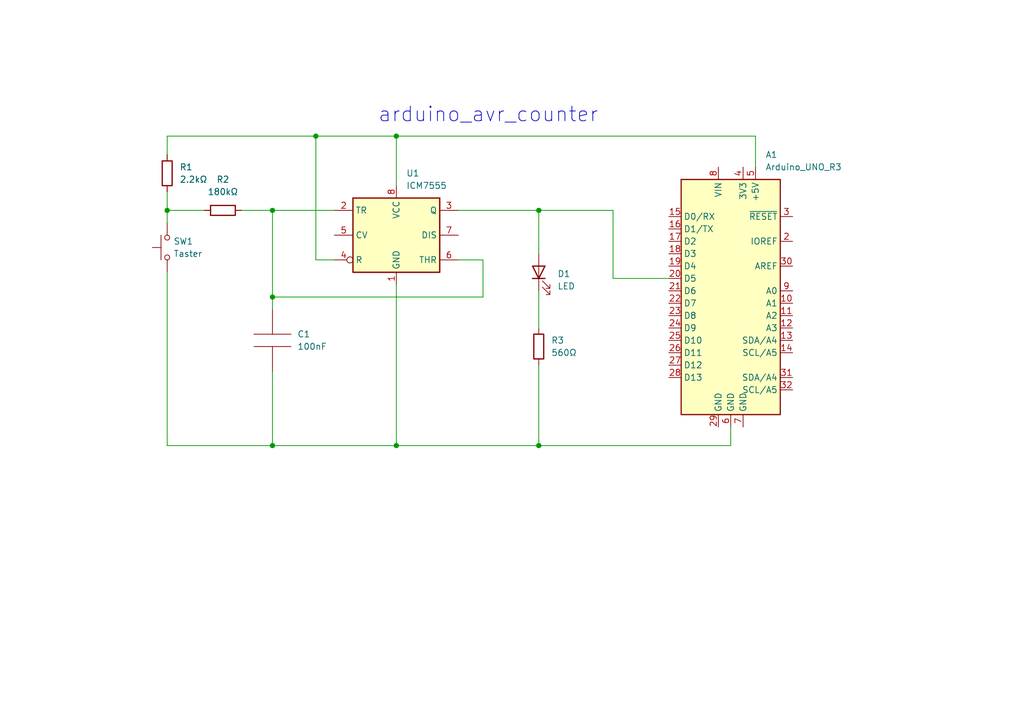
<source format=kicad_sch>
(kicad_sch (version 20211123) (generator eeschema)
  (paper "A5")
  (title_block (title "arduino_avr_counter") (date "2022-03-08") (rev "1") (comment 1 "See also: schaerens.ch/iot-arduino-counter1"))
  (lib_symbols
    (symbol "Device:LED" (pin_numbers hide) (pin_names (offset 1.016) hide)
      (property "Reference" "D" (at 0 2.54 0))
      (property "Value" "LED" (at 0 -2.54 0))
      (symbol "LED_0_1"
        (polyline (pts (xy -1.27 -1.27) (xy -1.27 1.27)) (stroke (width 0.254)))
        (polyline (pts (xy -1.27 0) (xy 1.27 0)))
        (polyline (pts (xy 1.27 -1.27) (xy 1.27 1.27) (xy -1.27 0) (xy 1.27 -1.27)) (stroke (width 0.254)))
        (polyline (pts (xy -3.048 -0.762) (xy -4.572 -2.286) (xy -3.81 -2.286) (xy -4.572 -2.286) (xy -4.572 -1.524)))
        (polyline (pts (xy -1.778 -0.762) (xy -3.302 -2.286) (xy -2.54 -2.286) (xy -3.302 -2.286) (xy -3.302 -1.524)))
      )
      (symbol "LED_1_1"
        (pin passive line (at -3.81 0 0) (length 2.54) (name "K") (number "1"))
        (pin passive line (at 3.81 0 180) (length 2.54) (name "A") (number "2"))
      )
    )
    (symbol "Device:R" (pin_numbers hide) (pin_names (offset 0))
      (property "Reference" "R" (at 2.032 0 90))
      (property "Value" "R" (at 0 0 90))
      (symbol "R_0_1"
        (rectangle (start -1.016 -2.54) (end 1.016 2.54) (stroke (width 0.254)))
      )
      (symbol "R_1_1"
        (pin passive line (at 0 3.81 270) (length 1.27) (name "~") (number "1"))
        (pin passive line (at 0 -3.81 90) (length 1.27) (name "~") (number "2"))
      )
    )
    (symbol "MCU_Module:Arduino_UNO_R3"
      (property "Reference" "A" (at -10.16 23.495 0))
      (property "Value" "Arduino_UNO_R3" (at 5.08 -26.67 0))
      (symbol "Arduino_UNO_R3_0_1"
        (rectangle (start -10.16 22.86) (end 10.16 -25.4) (stroke (width 0.254)) (fill (type background)))
      )
      (symbol "Arduino_UNO_R3_1_1"
        (pin no_connect line (at -10.16 -20.32 0) (length 2.54) hide (name "NC") (number "1"))
        (pin bidirectional line (at 12.7 -2.54 180) (length 2.54) (name "A1") (number "10"))
        (pin bidirectional line (at 12.7 -5.08 180) (length 2.54) (name "A2") (number "11"))
        (pin bidirectional line (at 12.7 -7.62 180) (length 2.54) (name "A3") (number "12"))
        (pin bidirectional line (at 12.7 -10.16 180) (length 2.54) (name "SDA/A4") (number "13"))
        (pin bidirectional line (at 12.7 -12.7 180) (length 2.54) (name "SCL/A5") (number "14"))
        (pin bidirectional line (at -12.7 15.24 0) (length 2.54) (name "D0/RX") (number "15"))
        (pin bidirectional line (at -12.7 12.7 0) (length 2.54) (name "D1/TX") (number "16"))
        (pin bidirectional line (at -12.7 10.16 0) (length 2.54) (name "D2") (number "17"))
        (pin bidirectional line (at -12.7 7.62 0) (length 2.54) (name "D3") (number "18"))
        (pin bidirectional line (at -12.7 5.08 0) (length 2.54) (name "D4") (number "19"))
        (pin output line (at 12.7 10.16 180) (length 2.54) (name "IOREF") (number "2"))
        (pin bidirectional line (at -12.7 2.54 0) (length 2.54) (name "D5") (number "20"))
        (pin bidirectional line (at -12.7 0 0) (length 2.54) (name "D6") (number "21"))
        (pin bidirectional line (at -12.7 -2.54 0) (length 2.54) (name "D7") (number "22"))
        (pin bidirectional line (at -12.7 -5.08 0) (length 2.54) (name "D8") (number "23"))
        (pin bidirectional line (at -12.7 -7.62 0) (length 2.54) (name "D9") (number "24"))
        (pin bidirectional line (at -12.7 -10.16 0) (length 2.54) (name "D10") (number "25"))
        (pin bidirectional line (at -12.7 -12.7 0) (length 2.54) (name "D11") (number "26"))
        (pin bidirectional line (at -12.7 -15.24 0) (length 2.54) (name "D12") (number "27"))
        (pin bidirectional line (at -12.7 -17.78 0) (length 2.54) (name "D13") (number "28"))
        (pin power_in line (at -2.54 -27.94 90) (length 2.54) (name "GND") (number "29"))
        (pin input line (at 12.7 15.24 180) (length 2.54) (name "~{RESET}") (number "3"))
        (pin input line (at 12.7 5.08 180) (length 2.54) (name "AREF") (number "30"))
        (pin bidirectional line (at 12.7 -17.78 180) (length 2.54) (name "SDA/A4") (number "31"))
        (pin bidirectional line (at 12.7 -20.32 180) (length 2.54) (name "SCL/A5") (number "32"))
        (pin power_out line (at 2.54 25.4 270) (length 2.54) (name "3V3") (number "4"))
        (pin power_out line (at 5.08 25.4 270) (length 2.54) (name "+5V") (number "5"))
        (pin power_in line (at 0 -27.94 90) (length 2.54) (name "GND") (number "6"))
        (pin power_in line (at 2.54 -27.94 90) (length 2.54) (name "GND") (number "7"))
        (pin power_in line (at -2.54 25.4 270) (length 2.54) (name "VIN") (number "8"))
        (pin bidirectional line (at 12.7 0 180) (length 2.54) (name "A0") (number "9"))
      )
    )
    (symbol "Switch:SW_Push" (pin_numbers hide) (pin_names (offset 1.016) hide)
      (property "Reference" "SW" (at 1.27 2.54 0))
      (property "Value" "SW_Push" (at 0 -1.524 0))
      (symbol "SW_Push_0_1"
        (circle (center -2.032 0) (radius 0.508))
        (polyline (pts (xy 0 1.27) (xy 0 3.048)))
        (polyline (pts (xy 2.54 1.27) (xy -2.54 1.27)))
        (circle (center 2.032 0) (radius 0.508))
        (pin passive line (at -5.08 0 0) (length 2.54) (name "1") (number "1"))
        (pin passive line (at 5.08 0 180) (length 2.54) (name "2") (number "2"))
      )
    )
    (symbol "Timer:ICM7555xB"
      (property "Reference" "U" (at -10.16 8.89 0))
      (property "Value" "ICM7555xB" (at 2.54 8.89 0))
      (symbol "ICM7555xB_0_0"
        (pin power_in line (at 0 -10.16 90) (length 2.54) (name "GND") (number "1"))
        (pin power_in line (at 0 10.16 270) (length 2.54) (name "VCC") (number "8"))
      )
      (symbol "ICM7555xB_0_1"
        (rectangle (start -8.89 -7.62) (end 8.89 7.62) (stroke (width 0.254)) (fill (type background)))
        (rectangle (start -8.89 -7.62) (end 8.89 7.62) (stroke (width 0.254)) (fill (type background)))
      )
      (symbol "ICM7555xB_1_1"
        (pin input line (at -12.7 5.08 0) (length 3.81) (name "TR") (number "2"))
        (pin output line (at 12.7 5.08 180) (length 3.81) (name "Q") (number "3"))
        (pin input inverted (at -12.7 -5.08 0) (length 3.81) (name "R") (number "4"))
        (pin input line (at -12.7 0 0) (length 3.81) (name "CV") (number "5"))
        (pin input line (at 12.7 -5.08 180) (length 3.81) (name "THR") (number "6"))
        (pin input line (at 12.7 0 180) (length 3.81) (name "DIS") (number "7"))
      )
    )
    (symbol "pspice:CAP" (pin_numbers hide) (pin_names (offset 0.254))
      (property "Reference" "C" (at 2.54 3.81 90))
      (property "Value" "CAP" (at 2.54 -3.81 90))
      (symbol "CAP_0_1"
        (polyline (pts (xy -3.81 -1.27) (xy 3.81 -1.27)))
        (polyline (pts (xy -3.81 1.27) (xy 3.81 1.27)))
      )
      (symbol "CAP_1_1"
        (pin passive line (at 0 6.35 270) (length 5.08) (name "~") (number "1"))
        (pin passive line (at 0 -6.35 90) (length 5.08) (name "~") (number "2"))
      )
    )
  )
  (junction (at 110.49 91.44))
  (junction (at 81.28 27.94))
  (junction (at 81.28 91.44))
  (junction (at 55.88 60.96))
  (junction (at 55.88 43.18))
  (junction (at 34.29 43.18))
  (junction (at 55.88 91.44))
  (junction (at 64.77 27.94))
  (junction (at 110.49 43.18))
  (wire (pts (xy 64.77 27.94) (xy 81.28 27.94)))
  (wire (pts (xy 125.73 57.15) (xy 137.16 57.15)))
  (wire (pts (xy 99.06 53.34) (xy 99.06 60.96)))
  (wire (pts (xy 34.29 31.75) (xy 34.29 27.94)))
  (wire (pts (xy 64.77 27.94) (xy 64.77 53.34)))
  (wire (pts (xy 110.49 91.44) (xy 81.28 91.44)))
  (wire (pts (xy 125.73 43.18) (xy 125.73 57.15)))
  (wire (pts (xy 81.28 27.94) (xy 154.94 27.94)))
  (wire (pts (xy 110.49 74.93) (xy 110.49 91.44)))
  (wire (pts (xy 55.88 60.96) (xy 55.88 43.18)))
  (wire (pts (xy 34.29 39.37) (xy 34.29 43.18)))
  (wire (pts (xy 93.98 43.18) (xy 110.49 43.18)))
  (wire (pts (xy 99.06 60.96) (xy 55.88 60.96)))
  (wire (pts (xy 149.86 91.44) (xy 149.86 87.63)))
  (wire (pts (xy 81.28 27.94) (xy 81.28 38.1)))
  (wire (pts (xy 34.29 43.18) (xy 34.29 45.72)))
  (wire (pts (xy 154.94 27.94) (xy 154.94 34.29)))
  (wire (pts (xy 34.29 43.18) (xy 41.91 43.18)))
  (wire (pts (xy 55.88 91.44) (xy 81.28 91.44)))
  (wire (pts (xy 68.58 53.34) (xy 64.77 53.34)))
  (wire (pts (xy 110.49 91.44) (xy 149.86 91.44)))
  (wire (pts (xy 34.29 55.88) (xy 34.29 91.44)))
  (wire (pts (xy 55.88 76.2) (xy 55.88 91.44)))
  (wire (pts (xy 34.29 27.94) (xy 64.77 27.94)))
  (wire (pts (xy 110.49 43.18) (xy 110.49 52.07)))
  (wire (pts (xy 81.28 58.42) (xy 81.28 91.44)))
  (wire (pts (xy 93.98 53.34) (xy 99.06 53.34)))
  (wire (pts (xy 49.53 43.18) (xy 55.88 43.18)))
  (wire (pts (xy 55.88 60.96) (xy 55.88 63.5)))
  (wire (pts (xy 34.29 91.44) (xy 55.88 91.44)))
  (wire (pts (xy 110.49 43.18) (xy 125.73 43.18)))
  (wire (pts (xy 55.88 43.18) (xy 68.58 43.18)))
  (wire (pts (xy 110.49 59.69) (xy 110.49 67.31)))
  (text "arduino_avr_counter" (at 77.47 25.4 0) (effects (font (size 3 3)) (justify left bottom)))
  (symbol (lib_id "Switch:SW_Push") (at 34.29 50.8 90) (unit 1)
    (property "Reference" "SW1" (at 35.56 49.5299 90) (effects (justify right)))
    (property "Value" "Taster" (at 35.56 52.0699 90) (effects (justify right)))
  )
  (symbol (lib_id "MCU_Module:Arduino_UNO_R3") (at 149.86 59.69 0) (unit 1)
    (property "Reference" "A1" (at 156.9594 31.75 0) (effects (justify left)))
    (property "Value" "Arduino_UNO_R3" (at 156.9594 34.29 0) (effects (justify left)))
    (property "Footprint" "Module:Arduino_UNO_R3" (effects hide))
    (property "Datasheet" "https://www.arduino.cc/en/Main/arduinoBoardUno" (effects hide))
  )
  (symbol (lib_id "Device:LED") (at 110.49 55.88 90) (unit 1)
    (property "Reference" "D1" (at 114.3 56.1974 90) (effects (justify right)))
    (property "Value" "LED" (at 114.3 58.7374 90) (effects (justify right)))
  )
  (symbol (lib_id "Device:R") (at 110.49 71.12 0) (unit 1)
    (property "Reference" "R3" (at 113.03 69.8499 0) (effects (justify left)))
    (property "Value" "560Ω" (at 113.03 72.3899 0) (effects (justify left)))
  )
  (symbol (lib_id "Device:R") (at 45.72 43.18 90) (unit 1)
    (property "Reference" "R2" (at 45.72 36.83 90))
    (property "Value" "180kΩ" (at 45.72 39.37 90))
  )
  (symbol (lib_id "pspice:CAP") (at 55.88 69.85 0) (unit 1)
    (property "Reference" "C1" (at 60.96 68.5799 0) (effects (justify left)))
    (property "Value" "100nF" (at 60.96 71.1199 0) (effects (justify left)))
  )
  (symbol (lib_id "Timer:ICM7555xB") (at 81.28 48.26 0) (unit 1)
    (property "Reference" "U1" (at 83.2994 35.56 0) (effects (justify left)))
    (property "Value" "ICM7555" (at 83.2994 38.1 0) (effects (justify left)))
    (property "Footprint" "Package_SO:SOIC-8_3.9x4.9mm_P1.27mm" (effects hide))
    (property "Datasheet" "http://www.intersil.com/content/dam/Intersil/documents/icm7/icm7555-56.pdf" (effects hide))
  )
  (symbol (lib_id "Device:R") (at 34.29 35.56 0) (unit 1)
    (property "Reference" "R1" (at 36.83 34.2899 0) (effects (justify left)))
    (property "Value" "2.2kΩ" (at 36.83 36.8299 0) (effects (justify left)))
  )
)
</source>
